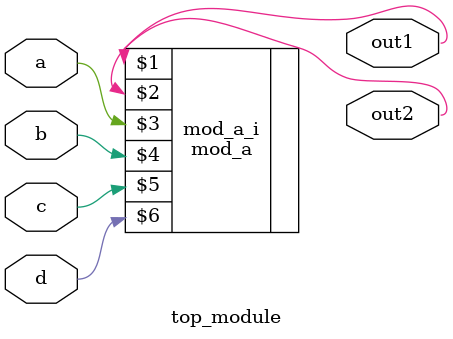
<source format=sv>
module top_module (
    input  a,
    input  b,
    input  c,
    input  d,
    output out1,
    output out2
);

    mod_a mod_a_i (out1,out2,a,b,c,d);

endmodule


</source>
